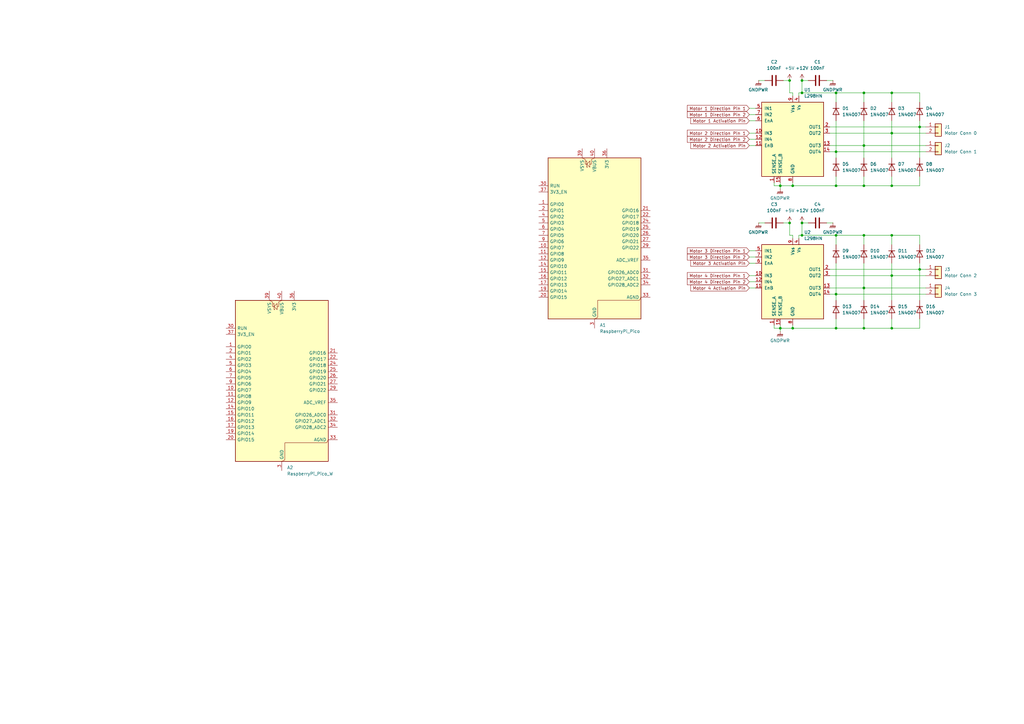
<source format=kicad_sch>
(kicad_sch (version 20250114) (generator "eeschema") (generator_version "9.0")
  (paper "A3")
  (lib_symbols
    (symbol "Connector_Generic:Conn_01x02" (pin_names (offset 1.016) (hide yes))
      (property "Reference" "J" (at 0 2.54 0))
      (property "Value" "Conn_01x02" (at 0 -5.08 0))
      (symbol "Conn_01x02_1_1"
        (rectangle (start -1.27 1.27) (end 1.27 -3.81) (stroke (width 0.254)) (fill (type background)))
        (rectangle (start -1.27 0.127) (end 0 -0.127) (stroke (width 0.1524)))
        (rectangle (start -1.27 -2.413) (end 0 -2.667) (stroke (width 0.1524)))
        (pin passive line (at -5.08 0 0) (length 3.81) (name "Pin_1") (number "1"))
        (pin passive line (at -5.08 -2.54 0) (length 3.81) (name "Pin_2") (number "2"))
      )
    )
    (symbol "Device:C" (pin_numbers (hide yes)) (pin_names (offset 0.254))
      (property "Reference" "C" (at 0.635 2.54 0))
      (property "Value" "C" (at 0.635 -2.54 0))
      (symbol "C_0_1"
        (polyline (pts (xy -2.032 0.762) (xy 2.032 0.762)) (stroke (width 0.508)))
        (polyline (pts (xy -2.032 -0.762) (xy 2.032 -0.762)) (stroke (width 0.508)))
      )
      (symbol "C_1_1"
        (pin passive line (at 0 3.81 270) (length 2.794) (name "~") (number "1"))
        (pin passive line (at 0 -3.81 90) (length 2.794) (name "~") (number "2"))
      )
    )
    (symbol "Diode:1N4007" (pin_numbers (hide yes)) (pin_names (hide yes))
      (property "Reference" "D" (at 0 2.54 0))
      (property "Value" "1N4007" (at 0 -2.54 0))
      (symbol "1N4007_0_1"
        (polyline (pts (xy -1.27 1.27) (xy -1.27 -1.27)) (stroke (width 0.254)))
        (polyline (pts (xy 1.27 1.27) (xy 1.27 -1.27) (xy -1.27 0) (xy 1.27 1.27)) (stroke (width 0.254)))
        (polyline (pts (xy 1.27 0) (xy -1.27 0)))
      )
      (symbol "1N4007_1_1"
        (pin passive line (at -3.81 0 0) (length 2.54) (name "K") (number "1"))
        (pin passive line (at 3.81 0 180) (length 2.54) (name "A") (number "2"))
      )
    )
    (symbol "Driver_Motor:L298HN" (pin_names (offset 1.016))
      (property "Reference" "U" (at -10.16 16.51 0))
      (property "Value" "L298HN" (at 12.7 16.51 0))
      (symbol "L298HN_0_1"
        (rectangle (start -12.7 15.24) (end 12.7 -15.24) (stroke (width 0.254)) (fill (type background)))
      )
      (symbol "L298HN_1_1"
        (pin input line (at -15.24 12.7 0) (length 2.54) (name "IN1") (number "5"))
        (pin input line (at -15.24 10.16 0) (length 2.54) (name "IN2") (number "7"))
        (pin input line (at -15.24 7.62 0) (length 2.54) (name "EnA") (number "6"))
        (pin input line (at -15.24 2.54 0) (length 2.54) (name "IN3") (number "10"))
        (pin input line (at -15.24 0 0) (length 2.54) (name "IN4") (number "12"))
        (pin input line (at -15.24 -2.54 0) (length 2.54) (name "EnB") (number "11"))
        (pin power_in line (at -7.62 -17.78 90) (length 2.54) (name "SENSE_A") (number "1"))
        (pin power_in line (at -5.08 -17.78 90) (length 2.54) (name "SENSE_B") (number "15"))
        (pin power_in line (at 0 17.78 270) (length 2.54) (name "Vss") (number "9"))
        (pin power_in line (at 0 -17.78 90) (length 2.54) (name "GND") (number "8"))
        (pin power_in line (at 2.54 17.78 270) (length 2.54) (name "Vs") (number "4"))
        (pin output line (at 15.24 5.08 180) (length 2.54) (name "OUT1") (number "2"))
        (pin output line (at 15.24 2.54 180) (length 2.54) (name "OUT2") (number "3"))
        (pin output line (at 15.24 -2.54 180) (length 2.54) (name "OUT3") (number "13"))
        (pin output line (at 15.24 -5.08 180) (length 2.54) (name "OUT4") (number "14"))
      )
    )
    (symbol "MCU_Module:RaspberryPi_Pico" (pin_names (offset 0.762))
      (property "Reference" "A" (at -19.05 35.56 0))
      (property "Value" "RaspberryPi_Pico" (at 7.62 35.56 0))
      (symbol "RaspberryPi_Pico_0_1"
        (rectangle (start -19.05 34.29) (end 19.05 -31.75) (stroke (width 0.254)) (fill (type background)))
        (polyline (pts (xy -5.08 34.29) (xy -3.81 33.655) (xy -3.81 31.75) (xy -3.175 31.75)))
        (polyline (pts (xy -3.429 32.766) (xy -3.429 33.02) (xy -3.175 33.02) (xy -3.175 30.48) (xy -2.921 30.48) (xy -2.921 30.734)))
        (polyline (pts (xy -3.175 31.75) (xy -1.905 33.02) (xy -1.905 30.48) (xy -3.175 31.75)))
        (polyline (pts (xy 0 34.29) (xy -1.27 33.655) (xy -1.27 31.75) (xy -1.905 31.75)))
        (polyline (pts (xy 0 -31.75) (xy 1.27 -31.115) (xy 1.27 -24.13) (xy 18.415 -24.13) (xy 19.05 -22.86)))
      )
      (symbol "RaspberryPi_Pico_1_1"
        (pin passive line (at -22.86 22.86 0) (length 3.81) (name "RUN") (number "30"))
        (pin passive line (at -22.86 20.32 0) (length 3.81) (name "3V3_EN") (number "37"))
        (pin bidirectional line (at -22.86 15.24 0) (length 3.81) (name "GPIO0") (number "1"))
        (pin bidirectional line (at -22.86 12.7 0) (length 3.81) (name "GPIO1") (number "2"))
        (pin bidirectional line (at -22.86 10.16 0) (length 3.81) (name "GPIO2") (number "4"))
        (pin bidirectional line (at -22.86 7.62 0) (length 3.81) (name "GPIO3") (number "5"))
        (pin bidirectional line (at -22.86 5.08 0) (length 3.81) (name "GPIO4") (number "6"))
        (pin bidirectional line (at -22.86 2.54 0) (length 3.81) (name "GPIO5") (number "7"))
        (pin bidirectional line (at -22.86 0 0) (length 3.81) (name "GPIO6") (number "9"))
        (pin bidirectional line (at -22.86 -2.54 0) (length 3.81) (name "GPIO7") (number "10"))
        (pin bidirectional line (at -22.86 -5.08 0) (length 3.81) (name "GPIO8") (number "11"))
        (pin bidirectional line (at -22.86 -7.62 0) (length 3.81) (name "GPIO9") (number "12"))
        (pin bidirectional line (at -22.86 -10.16 0) (length 3.81) (name "GPIO10") (number "14"))
        (pin bidirectional line (at -22.86 -12.7 0) (length 3.81) (name "GPIO11") (number "15"))
        (pin bidirectional line (at -22.86 -15.24 0) (length 3.81) (name "GPIO12") (number "16"))
        (pin bidirectional line (at -22.86 -17.78 0) (length 3.81) (name "GPIO13") (number "17"))
        (pin bidirectional line (at -22.86 -20.32 0) (length 3.81) (name "GPIO14") (number "19"))
        (pin bidirectional line (at -22.86 -22.86 0) (length 3.81) (name "GPIO15") (number "20"))
        (pin power_in line (at -5.08 38.1 270) (length 3.81) (name "VSYS") (number "39"))
        (pin power_out line (at 0 38.1 270) (length 3.81) (name "VBUS") (number "40"))
        (pin passive line (at 0 -35.56 90) (length 3.81) (hide yes) (name "GND") (number "13"))
        (pin passive line (at 0 -35.56 90) (length 3.81) (hide yes) (name "GND") (number "18"))
        (pin passive line (at 0 -35.56 90) (length 3.81) (hide yes) (name "GND") (number "23"))
        (pin passive line (at 0 -35.56 90) (length 3.81) (hide yes) (name "GND") (number "28"))
        (pin power_out line (at 0 -35.56 90) (length 3.81) (name "GND") (number "3"))
        (pin passive line (at 0 -35.56 90) (length 3.81) (hide yes) (name "GND") (number "38"))
        (pin passive line (at 0 -35.56 90) (length 3.81) (hide yes) (name "GND") (number "8"))
        (pin power_out line (at 5.08 38.1 270) (length 3.81) (name "3V3") (number "36"))
        (pin bidirectional line (at 22.86 12.7 180) (length 3.81) (name "GPIO16") (number "21"))
        (pin bidirectional line (at 22.86 10.16 180) (length 3.81) (name "GPIO17") (number "22"))
        (pin bidirectional line (at 22.86 7.62 180) (length 3.81) (name "GPIO18") (number "24"))
        (pin bidirectional line (at 22.86 5.08 180) (length 3.81) (name "GPIO19") (number "25"))
        (pin bidirectional line (at 22.86 2.54 180) (length 3.81) (name "GPIO20") (number "26"))
        (pin bidirectional line (at 22.86 0 180) (length 3.81) (name "GPIO21") (number "27"))
        (pin bidirectional line (at 22.86 -2.54 180) (length 3.81) (name "GPIO22") (number "29"))
        (pin power_in line (at 22.86 -7.62 180) (length 3.81) (name "ADC_VREF") (number "35"))
        (pin bidirectional line (at 22.86 -12.7 180) (length 3.81) (name "GPIO26_ADC0") (number "31"))
        (pin bidirectional line (at 22.86 -15.24 180) (length 3.81) (name "GPIO27_ADC1") (number "32"))
        (pin bidirectional line (at 22.86 -17.78 180) (length 3.81) (name "GPIO28_ADC2") (number "34"))
        (pin power_out line (at 22.86 -22.86 180) (length 3.81) (name "AGND") (number "33"))
      )
    )
    (symbol "MCU_Module:RaspberryPi_Pico_W" (pin_names (offset 0.762))
      (property "Reference" "A" (at -19.05 35.56 0))
      (property "Value" "RaspberryPi_Pico_W" (at 7.62 35.56 0))
      (symbol "RaspberryPi_Pico_W_0_1"
        (rectangle (start -19.05 34.29) (end 19.05 -31.75) (stroke (width 0.254)) (fill (type background)))
        (polyline (pts (xy -5.08 34.29) (xy -3.81 33.655) (xy -3.81 31.75) (xy -3.175 31.75)))
        (polyline (pts (xy -3.429 32.766) (xy -3.429 33.02) (xy -3.175 33.02) (xy -3.175 30.48) (xy -2.921 30.48) (xy -2.921 30.734)))
        (polyline (pts (xy -3.175 31.75) (xy -1.905 33.02) (xy -1.905 30.48) (xy -3.175 31.75)))
        (polyline (pts (xy 0 34.29) (xy -1.27 33.655) (xy -1.27 31.75) (xy -1.905 31.75)))
        (polyline (pts (xy 0 -31.75) (xy 1.27 -31.115) (xy 1.27 -24.13) (xy 18.415 -24.13) (xy 19.05 -22.86)))
      )
      (symbol "RaspberryPi_Pico_W_1_1"
        (pin passive line (at -22.86 22.86 0) (length 3.81) (name "RUN") (number "30"))
        (pin passive line (at -22.86 20.32 0) (length 3.81) (name "3V3_EN") (number "37"))
        (pin bidirectional line (at -22.86 15.24 0) (length 3.81) (name "GPIO0") (number "1"))
        (pin bidirectional line (at -22.86 12.7 0) (length 3.81) (name "GPIO1") (number "2"))
        (pin bidirectional line (at -22.86 10.16 0) (length 3.81) (name "GPIO2") (number "4"))
        (pin bidirectional line (at -22.86 7.62 0) (length 3.81) (name "GPIO3") (number "5"))
        (pin bidirectional line (at -22.86 5.08 0) (length 3.81) (name "GPIO4") (number "6"))
        (pin bidirectional line (at -22.86 2.54 0) (length 3.81) (name "GPIO5") (number "7"))
        (pin bidirectional line (at -22.86 0 0) (length 3.81) (name "GPIO6") (number "9"))
        (pin bidirectional line (at -22.86 -2.54 0) (length 3.81) (name "GPIO7") (number "10"))
        (pin bidirectional line (at -22.86 -5.08 0) (length 3.81) (name "GPIO8") (number "11"))
        (pin bidirectional line (at -22.86 -7.62 0) (length 3.81) (name "GPIO9") (number "12"))
        (pin bidirectional line (at -22.86 -10.16 0) (length 3.81) (name "GPIO10") (number "14"))
        (pin bidirectional line (at -22.86 -12.7 0) (length 3.81) (name "GPIO11") (number "15"))
        (pin bidirectional line (at -22.86 -15.24 0) (length 3.81) (name "GPIO12") (number "16"))
        (pin bidirectional line (at -22.86 -17.78 0) (length 3.81) (name "GPIO13") (number "17"))
        (pin bidirectional line (at -22.86 -20.32 0) (length 3.81) (name "GPIO14") (number "19"))
        (pin bidirectional line (at -22.86 -22.86 0) (length 3.81) (name "GPIO15") (number "20"))
        (pin power_in line (at -5.08 38.1 270) (length 3.81) (name "VSYS") (number "39"))
        (pin power_out line (at 0 38.1 270) (length 3.81) (name "VBUS") (number "40"))
        (pin passive line (at 0 -35.56 90) (length 3.81) (hide yes) (name "GND") (number "13"))
        (pin passive line (at 0 -35.56 90) (length 3.81) (hide yes) (name "GND") (number "18"))
        (pin passive line (at 0 -35.56 90) (length 3.81) (hide yes) (name "GND") (number "23"))
        (pin passive line (at 0 -35.56 90) (length 3.81) (hide yes) (name "GND") (number "28"))
        (pin power_out line (at 0 -35.56 90) (length 3.81) (name "GND") (number "3"))
        (pin passive line (at 0 -35.56 90) (length 3.81) (hide yes) (name "GND") (number "38"))
        (pin passive line (at 0 -35.56 90) (length 3.81) (hide yes) (name "GND") (number "8"))
        (pin power_out line (at 5.08 38.1 270) (length 3.81) (name "3V3") (number "36"))
        (pin bidirectional line (at 22.86 12.7 180) (length 3.81) (name "GPIO16") (number "21"))
        (pin bidirectional line (at 22.86 10.16 180) (length 3.81) (name "GPIO17") (number "22"))
        (pin bidirectional line (at 22.86 7.62 180) (length 3.81) (name "GPIO18") (number "24"))
        (pin bidirectional line (at 22.86 5.08 180) (length 3.81) (name "GPIO19") (number "25"))
        (pin bidirectional line (at 22.86 2.54 180) (length 3.81) (name "GPIO20") (number "26"))
        (pin bidirectional line (at 22.86 0 180) (length 3.81) (name "GPIO21") (number "27"))
        (pin bidirectional line (at 22.86 -2.54 180) (length 3.81) (name "GPIO22") (number "29"))
        (pin power_in line (at 22.86 -7.62 180) (length 3.81) (name "ADC_VREF") (number "35"))
        (pin bidirectional line (at 22.86 -12.7 180) (length 3.81) (name "GPIO26_ADC0") (number "31"))
        (pin bidirectional line (at 22.86 -15.24 180) (length 3.81) (name "GPIO27_ADC1") (number "32"))
        (pin bidirectional line (at 22.86 -17.78 180) (length 3.81) (name "GPIO28_ADC2") (number "34"))
        (pin power_out line (at 22.86 -22.86 180) (length 3.81) (name "AGND") (number "33"))
      )
    )
    (symbol "power:+12V" (power) (pin_numbers (hide yes)) (pin_names (offset 0) (hide yes))
      (property "Value" "+12V" (at 0 3.556 0))
      (symbol "+12V_0_1"
        (polyline (pts (xy -0.762 1.27) (xy 0 2.54)))
        (polyline (pts (xy 0 2.54) (xy 0.762 1.27)))
        (polyline (pts (xy 0 0) (xy 0 2.54)))
      )
      (symbol "+12V_1_1"
        (pin power_in line (at 0 0 90) (length 0) (name "~") (number "1"))
      )
    )
    (symbol "power:+5V" (power) (pin_numbers (hide yes)) (pin_names (offset 0) (hide yes))
      (property "Value" "+5V" (at 0 3.556 0))
      (symbol "+5V_0_1"
        (polyline (pts (xy -0.762 1.27) (xy 0 2.54)))
        (polyline (pts (xy 0 2.54) (xy 0.762 1.27)))
        (polyline (pts (xy 0 0) (xy 0 2.54)))
      )
      (symbol "+5V_1_1"
        (pin power_in line (at 0 0 90) (length 0) (name "~") (number "1"))
      )
    )
    (symbol "power:GNDPWR" (power) (pin_numbers (hide yes)) (pin_names (offset 0) (hide yes))
      (property "Value" "GNDPWR" (at 0 -3.302 0))
      (symbol "GNDPWR_0_1"
        (polyline (pts (xy -1.016 -1.27) (xy -1.27 -2.032) (xy -1.27 -2.032)) (stroke (width 0.2032)))
        (polyline (pts (xy -0.508 -1.27) (xy -0.762 -2.032) (xy -0.762 -2.032)) (stroke (width 0.2032)))
        (polyline (pts (xy 0 -1.27) (xy 0 0)))
        (polyline (pts (xy 0 -1.27) (xy -0.254 -2.032) (xy -0.254 -2.032)) (stroke (width 0.2032)))
        (polyline (pts (xy 0.508 -1.27) (xy 0.254 -2.032) (xy 0.254 -2.032)) (stroke (width 0.2032)))
        (polyline (pts (xy 1.016 -1.27) (xy -1.016 -1.27) (xy -1.016 -1.27)) (stroke (width 0.2032)))
        (polyline (pts (xy 1.016 -1.27) (xy 0.762 -2.032) (xy 0.762 -2.032) (xy 0.762 -2.032)) (stroke (width 0.2032)))
      )
      (symbol "GNDPWR_1_1"
        (pin power_in line (at 0 0 270) (length 0) (name "~") (number "1"))
      )
    )
  )
  (junction (at 328.93 96.52))
  (junction (at 365.76 54.61))
  (junction (at 354.33 38.1))
  (junction (at 365.76 76.2))
  (junction (at 365.76 134.62))
  (junction (at 377.19 110.49))
  (junction (at 320.04 76.2))
  (junction (at 354.33 59.69))
  (junction (at 342.9 38.1))
  (junction (at 325.12 76.2))
  (junction (at 328.93 33.02))
  (junction (at 342.9 62.23))
  (junction (at 328.93 91.44))
  (junction (at 354.33 134.62))
  (junction (at 342.9 120.65))
  (junction (at 354.33 118.11))
  (junction (at 328.93 38.1))
  (junction (at 342.9 76.2))
  (junction (at 342.9 96.52))
  (junction (at 342.9 134.62))
  (junction (at 365.76 96.52))
  (junction (at 323.85 33.02))
  (junction (at 354.33 76.2))
  (junction (at 377.19 52.07))
  (junction (at 320.04 134.62))
  (junction (at 323.85 91.44))
  (junction (at 365.76 113.03))
  (junction (at 325.12 134.62))
  (junction (at 365.76 38.1))
  (junction (at 354.33 96.52))
  (wire (pts (xy 342.9 76.2) (xy 354.33 76.2)))
  (wire (pts (xy 354.33 118.11) (xy 354.33 123.19)))
  (wire (pts (xy 365.76 72.39) (xy 365.76 76.2)))
  (wire (pts (xy 321.31 91.44) (xy 323.85 91.44)))
  (wire (pts (xy 327.66 96.52) (xy 328.93 96.52)))
  (wire (pts (xy 307.34 59.69) (xy 309.88 59.69)))
  (wire (pts (xy 354.33 134.62) (xy 365.76 134.62)))
  (wire (pts (xy 307.34 115.57) (xy 309.88 115.57)))
  (wire (pts (xy 311.15 33.02) (xy 313.69 33.02)))
  (wire (pts (xy 365.76 134.62) (xy 377.19 134.62)))
  (wire (pts (xy 365.76 76.2) (xy 377.19 76.2)))
  (wire (pts (xy 354.33 72.39) (xy 354.33 76.2)))
  (wire (pts (xy 320.04 74.93) (xy 320.04 76.2)))
  (wire (pts (xy 340.36 120.65) (xy 342.9 120.65)))
  (wire (pts (xy 354.33 76.2) (xy 365.76 76.2)))
  (wire (pts (xy 365.76 96.52) (xy 365.76 100.33)))
  (wire (pts (xy 325.12 38.1) (xy 325.12 39.37)))
  (wire (pts (xy 354.33 59.69) (xy 379.73 59.69)))
  (wire (pts (xy 328.93 96.52) (xy 342.9 96.52)))
  (wire (pts (xy 328.93 91.44) (xy 331.47 91.44)))
  (wire (pts (xy 317.5 133.35) (xy 317.5 134.62)))
  (wire (pts (xy 311.15 91.44) (xy 313.69 91.44)))
  (wire (pts (xy 325.12 96.52) (xy 323.85 96.52)))
  (wire (pts (xy 339.09 91.44) (xy 341.63 91.44)))
  (wire (pts (xy 377.19 130.81) (xy 377.19 134.62)))
  (wire (pts (xy 365.76 38.1) (xy 365.76 41.91)))
  (wire (pts (xy 340.36 52.07) (xy 377.19 52.07)))
  (wire (pts (xy 307.34 46.99) (xy 309.88 46.99)))
  (wire (pts (xy 340.36 113.03) (xy 365.76 113.03)))
  (wire (pts (xy 325.12 97.79) (xy 325.12 96.52)))
  (wire (pts (xy 342.9 49.53) (xy 342.9 62.23)))
  (wire (pts (xy 307.34 107.95) (xy 309.88 107.95)))
  (wire (pts (xy 325.12 134.62) (xy 342.9 134.62)))
  (wire (pts (xy 328.93 33.02) (xy 328.93 38.1)))
  (wire (pts (xy 365.76 113.03) (xy 379.73 113.03)))
  (wire (pts (xy 354.33 118.11) (xy 379.73 118.11)))
  (wire (pts (xy 340.36 59.69) (xy 354.33 59.69)))
  (wire (pts (xy 323.85 33.02) (xy 323.85 38.1)))
  (wire (pts (xy 340.36 110.49) (xy 377.19 110.49)))
  (wire (pts (xy 342.9 107.95) (xy 342.9 120.65)))
  (wire (pts (xy 320.04 134.62) (xy 320.04 135.89)))
  (wire (pts (xy 317.5 74.93) (xy 317.5 76.2)))
  (wire (pts (xy 354.33 38.1) (xy 354.33 41.91)))
  (wire (pts (xy 354.33 100.33) (xy 354.33 96.52)))
  (wire (pts (xy 325.12 134.62) (xy 320.04 134.62)))
  (wire (pts (xy 377.19 110.49) (xy 377.19 123.19)))
  (wire (pts (xy 328.93 38.1) (xy 342.9 38.1)))
  (wire (pts (xy 365.76 54.61) (xy 379.73 54.61)))
  (wire (pts (xy 307.34 105.41) (xy 309.88 105.41)))
  (wire (pts (xy 377.19 110.49) (xy 379.73 110.49)))
  (wire (pts (xy 307.34 57.15) (xy 309.88 57.15)))
  (wire (pts (xy 365.76 54.61) (xy 365.76 64.77)))
  (wire (pts (xy 342.9 120.65) (xy 342.9 123.19)))
  (wire (pts (xy 377.19 41.91) (xy 377.19 38.1)))
  (wire (pts (xy 377.19 96.52) (xy 365.76 96.52)))
  (wire (pts (xy 342.9 100.33) (xy 342.9 96.52)))
  (wire (pts (xy 365.76 96.52) (xy 354.33 96.52)))
  (wire (pts (xy 342.9 38.1) (xy 354.33 38.1)))
  (wire (pts (xy 342.9 72.39) (xy 342.9 76.2)))
  (wire (pts (xy 354.33 96.52) (xy 342.9 96.52)))
  (wire (pts (xy 354.33 49.53) (xy 354.33 59.69)))
  (wire (pts (xy 307.34 49.53) (xy 309.88 49.53)))
  (wire (pts (xy 307.34 54.61) (xy 309.88 54.61)))
  (wire (pts (xy 354.33 130.81) (xy 354.33 134.62)))
  (wire (pts (xy 340.36 62.23) (xy 342.9 62.23)))
  (wire (pts (xy 377.19 107.95) (xy 377.19 110.49)))
  (wire (pts (xy 317.5 76.2) (xy 320.04 76.2)))
  (wire (pts (xy 323.85 38.1) (xy 325.12 38.1)))
  (wire (pts (xy 307.34 118.11) (xy 309.88 118.11)))
  (wire (pts (xy 328.93 91.44) (xy 328.93 96.52)))
  (wire (pts (xy 354.33 38.1) (xy 365.76 38.1)))
  (wire (pts (xy 307.34 102.87) (xy 309.88 102.87)))
  (wire (pts (xy 377.19 52.07) (xy 377.19 64.77)))
  (wire (pts (xy 328.93 38.1) (xy 327.66 38.1)))
  (wire (pts (xy 354.33 107.95) (xy 354.33 118.11)))
  (wire (pts (xy 365.76 107.95) (xy 365.76 113.03)))
  (wire (pts (xy 339.09 33.02) (xy 341.63 33.02)))
  (wire (pts (xy 365.76 130.81) (xy 365.76 134.62)))
  (wire (pts (xy 307.34 113.03) (xy 309.88 113.03)))
  (wire (pts (xy 340.36 54.61) (xy 365.76 54.61)))
  (wire (pts (xy 327.66 38.1) (xy 327.66 39.37)))
  (wire (pts (xy 365.76 113.03) (xy 365.76 123.19)))
  (wire (pts (xy 377.19 100.33) (xy 377.19 96.52)))
  (wire (pts (xy 321.31 33.02) (xy 323.85 33.02)))
  (wire (pts (xy 327.66 97.79) (xy 327.66 96.52)))
  (wire (pts (xy 325.12 74.93) (xy 325.12 76.2)))
  (wire (pts (xy 323.85 91.44) (xy 323.85 96.52)))
  (wire (pts (xy 342.9 120.65) (xy 379.73 120.65)))
  (wire (pts (xy 342.9 62.23) (xy 342.9 64.77)))
  (wire (pts (xy 342.9 62.23) (xy 379.73 62.23)))
  (wire (pts (xy 320.04 76.2) (xy 325.12 76.2)))
  (wire (pts (xy 320.04 76.2) (xy 320.04 77.47)))
  (wire (pts (xy 307.34 44.45) (xy 309.88 44.45)))
  (wire (pts (xy 320.04 134.62) (xy 320.04 133.35)))
  (wire (pts (xy 377.19 72.39) (xy 377.19 76.2)))
  (wire (pts (xy 342.9 76.2) (xy 325.12 76.2)))
  (wire (pts (xy 377.19 49.53) (xy 377.19 52.07)))
  (wire (pts (xy 340.36 118.11) (xy 354.33 118.11)))
  (wire (pts (xy 377.19 52.07) (xy 379.73 52.07)))
  (wire (pts (xy 325.12 133.35) (xy 325.12 134.62)))
  (wire (pts (xy 342.9 130.81) (xy 342.9 134.62)))
  (wire (pts (xy 342.9 38.1) (xy 342.9 41.91)))
  (wire (pts (xy 328.93 33.02) (xy 331.47 33.02)))
  (wire (pts (xy 365.76 38.1) (xy 377.19 38.1)))
  (wire (pts (xy 342.9 134.62) (xy 354.33 134.62)))
  (wire (pts (xy 365.76 49.53) (xy 365.76 54.61)))
  (wire (pts (xy 317.5 134.62) (xy 320.04 134.62)))
  (wire (pts (xy 354.33 59.69) (xy 354.33 64.77)))
  (global_label "Motor 2 Activation Pin" (shape input) (at 307.34 59.69 180) (property "Intersheetrefs" "${INTERSHEET_REFS}" (effects (hide yes))))
  (global_label "Motor 3 Activation Pin" (shape input) (at 307.34 107.95 180) (property "Intersheetrefs" "${INTERSHEET_REFS}" (effects (hide yes))))
  (global_label "Motor 1 Activation Pin" (shape input) (at 307.34 49.53 180) (property "Intersheetrefs" "${INTERSHEET_REFS}" (effects (hide yes))))
  (global_label "Motor 2 Direction Pin 1" (shape input) (at 307.34 54.61 180) (property "Intersheetrefs" "${INTERSHEET_REFS}" (effects (hide yes))))
  (global_label "Motor 3 Direction Pin 2" (shape input) (at 307.34 105.41 180) (property "Intersheetrefs" "${INTERSHEET_REFS}" (effects (hide yes))))
  (global_label "Motor 1 Direction Pin 2" (shape input) (at 307.34 46.99 180) (property "Intersheetrefs" "${INTERSHEET_REFS}" (effects (hide yes))))
  (global_label "Motor 2 Direction Pin 2" (shape input) (at 307.34 57.15 180) (property "Intersheetrefs" "${INTERSHEET_REFS}" (effects (hide yes))))
  (global_label "Motor 4 Direction Pin 2" (shape input) (at 307.34 115.57 180) (property "Intersheetrefs" "${INTERSHEET_REFS}" (effects (hide yes))))
  (global_label "Motor 4 Activation Pin" (shape input) (at 307.34 118.11 180) (property "Intersheetrefs" "${INTERSHEET_REFS}" (effects (hide yes))))
  (global_label "Motor 4 Direction Pin 1" (shape input) (at 307.34 113.03 180) (property "Intersheetrefs" "${INTERSHEET_REFS}" (effects (hide yes))))
  (global_label "Motor 1 Direction Pin 1" (shape input) (at 307.34 44.45 180) (property "Intersheetrefs" "${INTERSHEET_REFS}" (effects (hide yes))))
  (global_label "Motor 3 Direction Pin 1" (shape input) (at 307.34 102.87 180) (property "Intersheetrefs" "${INTERSHEET_REFS}" (effects (hide yes))))
  (symbol (lib_id "Connector_Generic:Conn_01x02") (at 384.81 52.07 0) (unit 1)
    (property "Reference" "J1" (at 387.35 52.0699 0) (effects (justify left)))
    (property "Value" "Motor Conn 0" (at 387.35 54.6099 0) (effects (justify left)))
    (property "Description" "Generic connector, single row, 01x02, script generated (kicad-library-utils/schlib/autogen/connector/)" (effects (hide yes)))
  )
  (symbol (lib_id "Diode:1N4007") (at 342.9 45.72 270) (unit 1)
    (property "Reference" "D1" (at 345.44 44.4499 90) (effects (justify left)))
    (property "Value" "1N4007" (at 345.44 46.9899 90) (effects (justify left)))
    (property "Footprint" "Diode_THT:D_DO-41_SOD81_P10.16mm_Horizontal" (effects (hide yes)))
    (property "Datasheet" "http://www.vishay.com/docs/88503/1n4001.pdf" (effects (hide yes)))
    (property "Description" "1000V 1A General Purpose Rectifier Diode, DO-41" (effects (hide yes)))
    (property "Sim.Device" "D" (effects (hide yes)))
    (property "Sim.Pins" "1=K 2=A" (effects (hide yes)))
  )
  (symbol (lib_id "Driver_Motor:L298HN") (at 325.12 57.15 0) (unit 1)
    (property "Reference" "U1" (at 329.8033 36.83 0) (effects (justify left)))
    (property "Value" "L298HN" (at 329.8033 39.37 0) (effects (justify left)))
    (property "Footprint" "Package_TO_SOT_THT:TO-220-15_P2.54x2.54mm_StaggerOdd_Lead5.84mm_TabDown" (effects (hide yes)))
    (property "Datasheet" "http://www.st.com/st-web-ui/static/active/en/resource/technical/document/datasheet/CD00000240.pdf" (effects (hide yes)))
    (property "Description" "Dual full bridge motor driver, up to 46V, 4A, Multiwatt15-H" (effects (hide yes)))
  )
  (symbol (lib_id "Diode:1N4007") (at 342.9 127 270) (unit 1)
    (property "Reference" "D13" (at 345.44 125.7299 90) (effects (justify left)))
    (property "Value" "1N4007" (at 345.44 128.2699 90) (effects (justify left)))
    (property "Footprint" "Diode_THT:D_DO-41_SOD81_P10.16mm_Horizontal" (effects (hide yes)))
    (property "Datasheet" "http://www.vishay.com/docs/88503/1n4001.pdf" (effects (hide yes)))
    (property "Description" "1000V 1A General Purpose Rectifier Diode, DO-41" (effects (hide yes)))
    (property "Sim.Device" "D" (effects (hide yes)))
    (property "Sim.Pins" "1=K 2=A" (effects (hide yes)))
  )
  (symbol (lib_id "power:+12V") (at 328.93 33.02 0) (unit 1)
    (property "Reference" "#PWR04" (effects (hide yes)))
    (property "Value" "+12V" (at 328.93 27.94 0))
    (property "Description" "Power symbol creates a global label with name \"+12V\"" (effects (hide yes)))
  )
  (symbol (lib_id "power:GNDPWR") (at 341.63 91.44 0) (unit 1)
    (property "Reference" "#PWR010" (effects (hide yes)))
    (property "Value" "GNDPWR" (at 341.503 95.25 0))
    (property "Description" "Power symbol creates a global label with name \"GNDPWR\" , global ground" (effects (hide yes)))
  )
  (symbol (lib_id "power:GNDPWR") (at 311.15 33.02 0) (unit 1)
    (property "Reference" "#PWR08" (effects (hide yes)))
    (property "Value" "GNDPWR" (at 311.023 36.83 0))
    (property "Description" "Power symbol creates a global label with name \"GNDPWR\" , global ground" (effects (hide yes)))
  )
  (symbol (lib_id "Connector_Generic:Conn_01x02") (at 384.81 110.49 0) (unit 1)
    (property "Reference" "J3" (at 387.35 110.4899 0) (effects (justify left)))
    (property "Value" "Motor Conn 2" (at 387.35 113.0299 0) (effects (justify left)))
    (property "Description" "Generic connector, single row, 01x02, script generated (kicad-library-utils/schlib/autogen/connector/)" (effects (hide yes)))
  )
  (symbol (lib_id "Diode:1N4007") (at 354.33 68.58 270) (unit 1)
    (property "Reference" "D6" (at 356.87 67.3099 90) (effects (justify left)))
    (property "Value" "1N4007" (at 356.87 69.8499 90) (effects (justify left)))
    (property "Footprint" "Diode_THT:D_DO-41_SOD81_P10.16mm_Horizontal" (effects (hide yes)))
    (property "Datasheet" "http://www.vishay.com/docs/88503/1n4001.pdf" (effects (hide yes)))
    (property "Description" "1000V 1A General Purpose Rectifier Diode, DO-41" (effects (hide yes)))
    (property "Sim.Device" "D" (effects (hide yes)))
    (property "Sim.Pins" "1=K 2=A" (effects (hide yes)))
  )
  (symbol (lib_id "Diode:1N4007") (at 377.19 127 270) (unit 1)
    (property "Reference" "D16" (at 379.73 125.7299 90) (effects (justify left)))
    (property "Value" "1N4007" (at 379.73 128.2699 90) (effects (justify left)))
    (property "Footprint" "Diode_THT:D_DO-41_SOD81_P10.16mm_Horizontal" (effects (hide yes)))
    (property "Datasheet" "http://www.vishay.com/docs/88503/1n4001.pdf" (effects (hide yes)))
    (property "Description" "1000V 1A General Purpose Rectifier Diode, DO-41" (effects (hide yes)))
    (property "Sim.Device" "D" (effects (hide yes)))
    (property "Sim.Pins" "1=K 2=A" (effects (hide yes)))
  )
  (symbol (lib_id "Diode:1N4007") (at 342.9 104.14 270) (unit 1)
    (property "Reference" "D9" (at 345.44 102.8699 90) (effects (justify left)))
    (property "Value" "1N4007" (at 345.44 105.4099 90) (effects (justify left)))
    (property "Footprint" "Diode_THT:D_DO-41_SOD81_P10.16mm_Horizontal" (effects (hide yes)))
    (property "Datasheet" "http://www.vishay.com/docs/88503/1n4001.pdf" (effects (hide yes)))
    (property "Description" "1000V 1A General Purpose Rectifier Diode, DO-41" (effects (hide yes)))
    (property "Sim.Device" "D" (effects (hide yes)))
    (property "Sim.Pins" "1=K 2=A" (effects (hide yes)))
  )
  (symbol (lib_id "Diode:1N4007") (at 342.9 68.58 270) (unit 1)
    (property "Reference" "D5" (at 345.44 67.3099 90) (effects (justify left)))
    (property "Value" "1N4007" (at 345.44 69.8499 90) (effects (justify left)))
    (property "Footprint" "Diode_THT:D_DO-41_SOD81_P10.16mm_Horizontal" (effects (hide yes)))
    (property "Datasheet" "http://www.vishay.com/docs/88503/1n4001.pdf" (effects (hide yes)))
    (property "Description" "1000V 1A General Purpose Rectifier Diode, DO-41" (effects (hide yes)))
    (property "Sim.Device" "D" (effects (hide yes)))
    (property "Sim.Pins" "1=K 2=A" (effects (hide yes)))
  )
  (symbol (lib_id "Diode:1N4007") (at 354.33 104.14 270) (unit 1)
    (property "Reference" "D10" (at 356.87 102.8699 90) (effects (justify left)))
    (property "Value" "1N4007" (at 356.87 105.4099 90) (effects (justify left)))
    (property "Footprint" "Diode_THT:D_DO-41_SOD81_P10.16mm_Horizontal" (effects (hide yes)))
    (property "Datasheet" "http://www.vishay.com/docs/88503/1n4001.pdf" (effects (hide yes)))
    (property "Description" "1000V 1A General Purpose Rectifier Diode, DO-41" (effects (hide yes)))
    (property "Sim.Device" "D" (effects (hide yes)))
    (property "Sim.Pins" "1=K 2=A" (effects (hide yes)))
  )
  (symbol (lib_id "Diode:1N4007") (at 354.33 45.72 270) (unit 1)
    (property "Reference" "D2" (at 356.87 44.4499 90) (effects (justify left)))
    (property "Value" "1N4007" (at 356.87 46.9899 90) (effects (justify left)))
    (property "Footprint" "Diode_THT:D_DO-41_SOD81_P10.16mm_Horizontal" (effects (hide yes)))
    (property "Datasheet" "http://www.vishay.com/docs/88503/1n4001.pdf" (effects (hide yes)))
    (property "Description" "1000V 1A General Purpose Rectifier Diode, DO-41" (effects (hide yes)))
    (property "Sim.Device" "D" (effects (hide yes)))
    (property "Sim.Pins" "1=K 2=A" (effects (hide yes)))
  )
  (symbol (lib_id "Diode:1N4007") (at 354.33 127 270) (unit 1)
    (property "Reference" "D14" (at 356.87 125.7299 90) (effects (justify left)))
    (property "Value" "1N4007" (at 356.87 128.2699 90) (effects (justify left)))
    (property "Footprint" "Diode_THT:D_DO-41_SOD81_P10.16mm_Horizontal" (effects (hide yes)))
    (property "Datasheet" "http://www.vishay.com/docs/88503/1n4001.pdf" (effects (hide yes)))
    (property "Description" "1000V 1A General Purpose Rectifier Diode, DO-41" (effects (hide yes)))
    (property "Sim.Device" "D" (effects (hide yes)))
    (property "Sim.Pins" "1=K 2=A" (effects (hide yes)))
  )
  (symbol (lib_id "Diode:1N4007") (at 365.76 127 270) (unit 1)
    (property "Reference" "D15" (at 368.3 125.7299 90) (effects (justify left)))
    (property "Value" "1N4007" (at 368.3 128.2699 90) (effects (justify left)))
    (property "Footprint" "Diode_THT:D_DO-41_SOD81_P10.16mm_Horizontal" (effects (hide yes)))
    (property "Datasheet" "http://www.vishay.com/docs/88503/1n4001.pdf" (effects (hide yes)))
    (property "Description" "1000V 1A General Purpose Rectifier Diode, DO-41" (effects (hide yes)))
    (property "Sim.Device" "D" (effects (hide yes)))
    (property "Sim.Pins" "1=K 2=A" (effects (hide yes)))
  )
  (symbol (lib_id "power:GNDPWR") (at 320.04 77.47 0) (unit 1)
    (property "Reference" "#PWR02" (effects (hide yes)))
    (property "Value" "GNDPWR" (at 319.913 81.28 0))
    (property "Description" "Power symbol creates a global label with name \"GNDPWR\" , global ground" (effects (hide yes)))
  )
  (symbol (lib_id "power:GNDPWR") (at 341.63 33.02 0) (unit 1)
    (property "Reference" "#PWR07" (effects (hide yes)))
    (property "Value" "GNDPWR" (at 341.503 36.83 0))
    (property "Description" "Power symbol creates a global label with name \"GNDPWR\" , global ground" (effects (hide yes)))
  )
  (symbol (lib_id "Driver_Motor:L298HN") (at 325.12 115.57 0) (unit 1)
    (property "Reference" "U2" (at 329.8033 95.25 0) (effects (justify left)))
    (property "Value" "L298HN" (at 329.8033 97.79 0) (effects (justify left)))
    (property "Footprint" "Package_TO_SOT_THT:TO-220-15_P2.54x2.54mm_StaggerOdd_Lead5.84mm_TabDown" (effects (hide yes)))
    (property "Datasheet" "http://www.st.com/st-web-ui/static/active/en/resource/technical/document/datasheet/CD00000240.pdf" (effects (hide yes)))
    (property "Description" "Dual full bridge motor driver, up to 46V, 4A, Multiwatt15-H" (effects (hide yes)))
  )
  (symbol (lib_id "Connector_Generic:Conn_01x02") (at 384.81 59.69 0) (unit 1)
    (property "Reference" "J2" (at 387.35 59.6899 0) (effects (justify left)))
    (property "Value" "Motor Conn 1" (at 387.35 62.2299 0) (effects (justify left)))
    (property "Description" "Generic connector, single row, 01x02, script generated (kicad-library-utils/schlib/autogen/connector/)" (effects (hide yes)))
  )
  (symbol (lib_id "Diode:1N4007") (at 377.19 104.14 270) (unit 1)
    (property "Reference" "D12" (at 379.73 102.8699 90) (effects (justify left)))
    (property "Value" "1N4007" (at 379.73 105.4099 90) (effects (justify left)))
    (property "Footprint" "Diode_THT:D_DO-41_SOD81_P10.16mm_Horizontal" (effects (hide yes)))
    (property "Datasheet" "http://www.vishay.com/docs/88503/1n4001.pdf" (effects (hide yes)))
    (property "Description" "1000V 1A General Purpose Rectifier Diode, DO-41" (effects (hide yes)))
    (property "Sim.Device" "D" (effects (hide yes)))
    (property "Sim.Pins" "1=K 2=A" (effects (hide yes)))
  )
  (symbol (lib_id "Diode:1N4007") (at 365.76 104.14 270) (unit 1)
    (property "Reference" "D11" (at 368.3 102.8699 90) (effects (justify left)))
    (property "Value" "1N4007" (at 368.3 105.4099 90) (effects (justify left)))
    (property "Footprint" "Diode_THT:D_DO-41_SOD81_P10.16mm_Horizontal" (effects (hide yes)))
    (property "Datasheet" "http://www.vishay.com/docs/88503/1n4001.pdf" (effects (hide yes)))
    (property "Description" "1000V 1A General Purpose Rectifier Diode, DO-41" (effects (hide yes)))
    (property "Sim.Device" "D" (effects (hide yes)))
    (property "Sim.Pins" "1=K 2=A" (effects (hide yes)))
  )
  (symbol (lib_id "power:GNDPWR") (at 311.15 91.44 0) (unit 1)
    (property "Reference" "#PWR09" (effects (hide yes)))
    (property "Value" "GNDPWR" (at 311.023 95.25 0))
    (property "Description" "Power symbol creates a global label with name \"GNDPWR\" , global ground" (effects (hide yes)))
  )
  (symbol (lib_id "Device:C") (at 317.5 33.02 90) (unit 1)
    (property "Reference" "C2" (at 317.5 25.4 90))
    (property "Value" "100nF" (at 317.5 27.94 90))
    (property "Description" "Unpolarized capacitor" (effects (hide yes)))
  )
  (symbol (lib_id "power:+5V") (at 323.85 33.02 0) (unit 1)
    (property "Reference" "#PWR03" (effects (hide yes)))
    (property "Value" "+5V" (at 323.85 27.94 0))
    (property "Description" "Power symbol creates a global label with name \"+5V\"" (effects (hide yes)))
  )
  (symbol (lib_id "Connector_Generic:Conn_01x02") (at 384.81 118.11 0) (unit 1)
    (property "Reference" "J4" (at 387.35 118.1099 0) (effects (justify left)))
    (property "Value" "Motor Conn 3" (at 387.35 120.6499 0) (effects (justify left)))
    (property "Description" "Generic connector, single row, 01x02, script generated (kicad-library-utils/schlib/autogen/connector/)" (effects (hide yes)))
  )
  (symbol (lib_id "power:+12V") (at 328.93 91.44 0) (unit 1)
    (property "Reference" "#PWR06" (effects (hide yes)))
    (property "Value" "+12V" (at 328.93 86.36 0))
    (property "Description" "Power symbol creates a global label with name \"+12V\"" (effects (hide yes)))
  )
  (symbol (lib_id "Device:C") (at 335.28 33.02 90) (unit 1)
    (property "Reference" "C1" (at 335.28 25.4 90))
    (property "Value" "100nF" (at 335.28 27.94 90))
    (property "Description" "Unpolarized capacitor" (effects (hide yes)))
  )
  (symbol (lib_id "Diode:1N4007") (at 365.76 45.72 270) (unit 1)
    (property "Reference" "D3" (at 368.3 44.4499 90) (effects (justify left)))
    (property "Value" "1N4007" (at 368.3 46.9899 90) (effects (justify left)))
    (property "Footprint" "Diode_THT:D_DO-41_SOD81_P10.16mm_Horizontal" (effects (hide yes)))
    (property "Datasheet" "http://www.vishay.com/docs/88503/1n4001.pdf" (effects (hide yes)))
    (property "Description" "1000V 1A General Purpose Rectifier Diode, DO-41" (effects (hide yes)))
    (property "Sim.Device" "D" (effects (hide yes)))
    (property "Sim.Pins" "1=K 2=A" (effects (hide yes)))
  )
  (symbol (lib_id "Diode:1N4007") (at 365.76 68.58 270) (unit 1)
    (property "Reference" "D7" (at 368.3 67.3099 90) (effects (justify left)))
    (property "Value" "1N4007" (at 368.3 69.8499 90) (effects (justify left)))
    (property "Footprint" "Diode_THT:D_DO-41_SOD81_P10.16mm_Horizontal" (effects (hide yes)))
    (property "Datasheet" "http://www.vishay.com/docs/88503/1n4001.pdf" (effects (hide yes)))
    (property "Description" "1000V 1A General Purpose Rectifier Diode, DO-41" (effects (hide yes)))
    (property "Sim.Device" "D" (effects (hide yes)))
    (property "Sim.Pins" "1=K 2=A" (effects (hide yes)))
  )
  (symbol (lib_id "MCU_Module:RaspberryPi_Pico_W") (at 115.57 157.48 0) (unit 1)
    (property "Reference" "A2" (at 117.7133 191.77 0) (effects (justify left)))
    (property "Value" "RaspberryPi_Pico_W" (at 117.7133 194.31 0) (effects (justify left)))
    (property "Footprint" "Module:RaspberryPi_Pico_W_SMD_HandSolder" (effects (hide yes)))
    (property "Datasheet" "https://datasheets.raspberrypi.com/picow/pico-w-datasheet.pdf" (effects (hide yes)))
    (property "Description" "Versatile and inexpensive wireless microcontroller module powered by RP2040 dual-core Arm Cortex-M0+ processor up to 133 MHz, 264kB SRAM, 2MB QSPI flash, Infineon CYW43439 2.4GHz 802.11n wireless LAN; also supports Raspberry Pi Pico 2 W" (effects (hide yes)))
  )
  (symbol (lib_id "Diode:1N4007") (at 377.19 68.58 270) (unit 1)
    (property "Reference" "D8" (at 379.73 67.3099 90) (effects (justify left)))
    (property "Value" "1N4007" (at 379.73 69.8499 90) (effects (justify left)))
    (property "Footprint" "Diode_THT:D_DO-41_SOD81_P10.16mm_Horizontal" (effects (hide yes)))
    (property "Datasheet" "http://www.vishay.com/docs/88503/1n4001.pdf" (effects (hide yes)))
    (property "Description" "1000V 1A General Purpose Rectifier Diode, DO-41" (effects (hide yes)))
    (property "Sim.Device" "D" (effects (hide yes)))
    (property "Sim.Pins" "1=K 2=A" (effects (hide yes)))
  )
  (symbol (lib_id "Device:C") (at 335.28 91.44 90) (unit 1)
    (property "Reference" "C4" (at 335.28 83.82 90))
    (property "Value" "100nF" (at 335.28 86.36 90))
    (property "Description" "Unpolarized capacitor" (effects (hide yes)))
  )
  (symbol (lib_id "Device:C") (at 317.5 91.44 90) (unit 1)
    (property "Reference" "C3" (at 317.5 83.82 90))
    (property "Value" "100nF" (at 317.5 86.36 90))
    (property "Description" "Unpolarized capacitor" (effects (hide yes)))
  )
  (symbol (lib_id "MCU_Module:RaspberryPi_Pico") (at 243.84 99.06 0) (unit 1)
    (property "Reference" "A1" (at 245.9833 133.35 0) (effects (justify left)))
    (property "Value" "RaspberryPi_Pico" (at 245.9833 135.89 0) (effects (justify left)))
    (property "Footprint" "Module:RaspberryPi_Pico_Common_Unspecified" (effects (hide yes)))
    (property "Datasheet" "https://datasheets.raspberrypi.com/pico/pico-datasheet.pdf" (effects (hide yes)))
    (property "Description" "Versatile and inexpensive microcontroller module powered by RP2040 dual-core Arm Cortex-M0+ processor up to 133 MHz, 264kB SRAM, 2MB QSPI flash; also supports Raspberry Pi Pico 2" (effects (hide yes)))
  )
  (symbol (lib_id "Diode:1N4007") (at 377.19 45.72 270) (unit 1)
    (property "Reference" "D4" (at 379.73 44.4499 90) (effects (justify left)))
    (property "Value" "1N4007" (at 379.73 46.9899 90) (effects (justify left)))
    (property "Footprint" "Diode_THT:D_DO-41_SOD81_P10.16mm_Horizontal" (effects (hide yes)))
    (property "Datasheet" "http://www.vishay.com/docs/88503/1n4001.pdf" (effects (hide yes)))
    (property "Description" "1000V 1A General Purpose Rectifier Diode, DO-41" (effects (hide yes)))
    (property "Sim.Device" "D" (effects (hide yes)))
    (property "Sim.Pins" "1=K 2=A" (effects (hide yes)))
  )
  (symbol (lib_id "power:+5V") (at 323.85 91.44 0) (unit 1)
    (property "Reference" "#PWR05" (effects (hide yes)))
    (property "Value" "+5V" (at 323.85 86.36 0))
    (property "Description" "Power symbol creates a global label with name \"+5V\"" (effects (hide yes)))
  )
  (symbol (lib_id "power:GNDPWR") (at 320.04 135.89 0) (unit 1)
    (property "Reference" "#PWR01" (effects (hide yes)))
    (property "Value" "GNDPWR" (at 319.913 139.7 0))
    (property "Description" "Power symbol creates a global label with name \"GNDPWR\" , global ground" (effects (hide yes)))
  )
)
</source>
